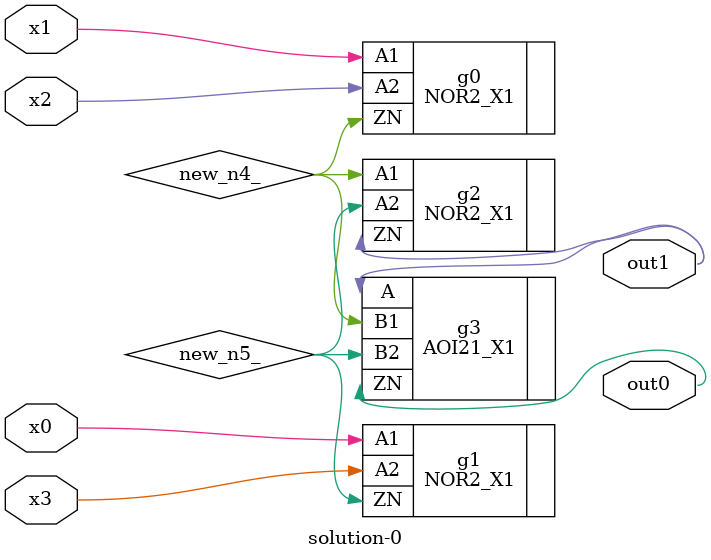
<source format=v>
module \solution-0 (
  x0, x1, x2, x3,
  out0, out1 );
  input x0, x1, x2, x3;
  output out0, out1;
  wire new_n4_, new_n5_;
  NOR2_X1  g0(.A1(x1), .A2(x2), .ZN(new_n4_));
  NOR2_X1  g1(.A1(x0), .A2(x3), .ZN(new_n5_));
  NOR2_X1  g2(.A1(new_n4_), .A2(new_n5_), .ZN(out1));
  AOI21_X1  g3(.A(out1), .B1(new_n4_), .B2(new_n5_), .ZN(out0));
endmodule

</source>
